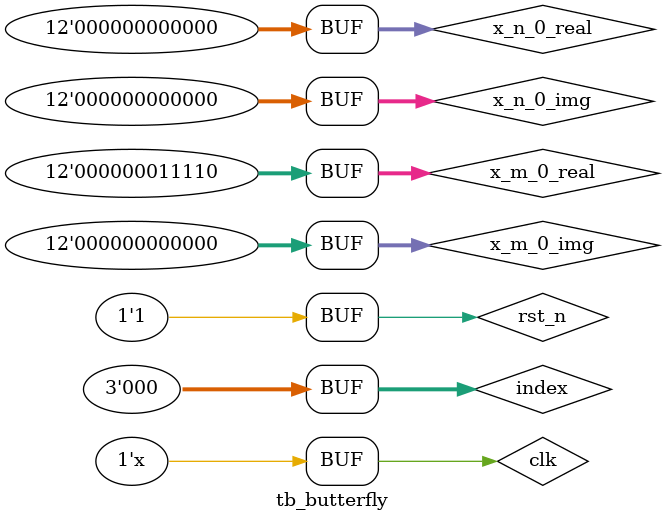
<source format=v>
`timescale 1ns / 1ps


module tb_butterfly();
	reg[11:0]			x_m_0_real;
	reg[11:0]			x_m_0_img;
	
	reg[11:0]			x_n_0_real;
	reg[11:0]			x_n_0_img;
	
	reg					clk;
	reg					rst_n;
	reg[2:0]			index;
	
	wire[11:0]			x_m_1_real;
	wire[11:0]			x_m_1_img;
	
	wire[11:0]			x_n_1_real;
	wire[11:0]			x_n_1_img;
	
	initial begin
		clk = 0;
		rst_n = 0;
		index = 0;
		x_m_0_real = 0;
		x_m_0_img = 0;
		x_n_0_real = 30;
		x_n_0_img = 0;
		#20;
		rst_n = 1;
		#40
		x_m_0_real = 10;
		x_m_0_img = 0;
		x_n_0_real = 20;
		x_n_0_img = 0;
		#40
		x_m_0_real = 20;
		x_m_0_img = 0;
		x_n_0_real = 10;
		x_n_0_img = 0;
		#40
		x_m_0_real = 30;
		x_m_0_img = 0;
		x_n_0_real = 0;
		x_n_0_img = 0;
	end
	
	always #20 begin
		clk=~clk;
	end

	butterfly bf(
		.x_m_0_real(x_m_0_real),
		.x_m_0_img(x_m_0_img),
		.x_n_0_real(x_n_0_real),
		.x_n_0_img(x_n_0_img),
		.clk(clk),
		.rst_n(rst_n),
		.index(index),
		.x_m_1_real(x_m_1_real),
		.x_m_1_img(x_m_1_img),
		.x_n_1_real(x_n_1_real),
		.x_n_1_img(x_n_1_img)
		);
		
		
endmodule

</source>
